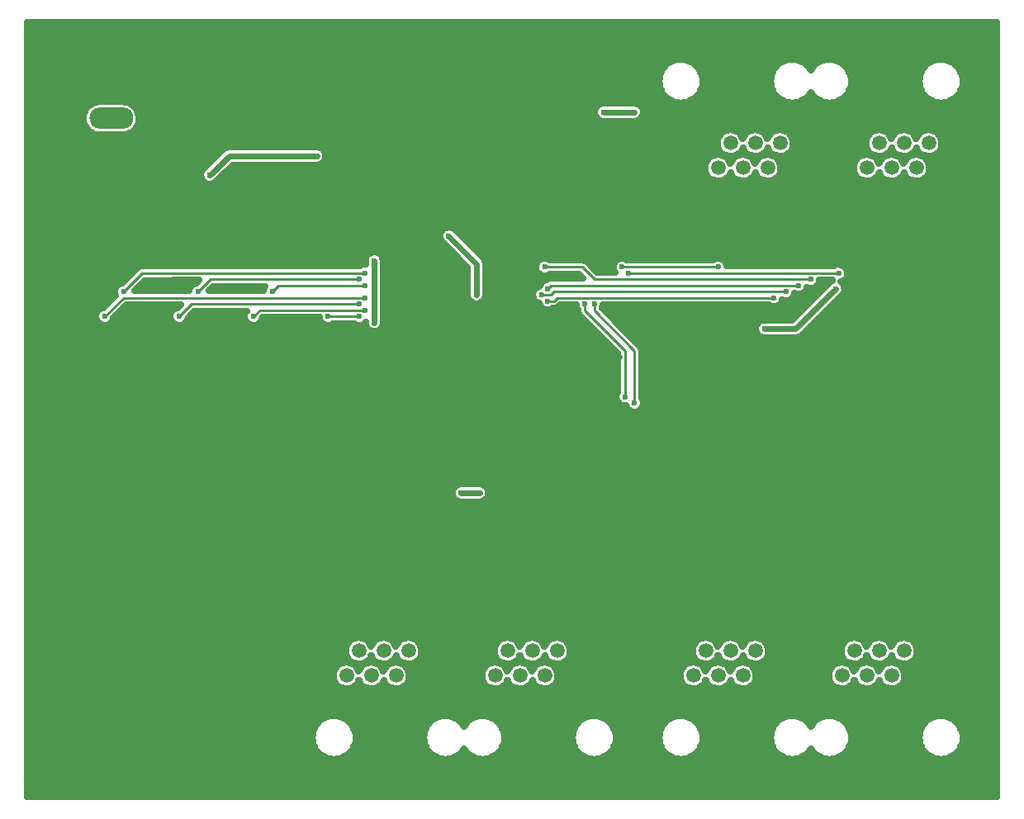
<source format=gbl>
G04 DipTrace 2.3.1.0*
%INuCANHub_Bottom.gbl*%
%MOIN*%
%ADD13C,0.024*%
%ADD14C,0.0236*%
%ADD15C,0.01*%
%ADD16C,0.025*%
%ADD23C,0.0591*%
%ADD38O,0.1772X0.0866*%
%ADD39O,0.0866X0.1772*%
%FSLAX44Y44*%
G04*
G70*
G90*
G75*
G01*
%LNBottom*%
%LPD*%
X15748Y29921D2*
D13*
X12205D1*
X11417Y29134D1*
X22312Y16312D2*
X21562D1*
X18062Y23187D2*
Y25687D1*
X33812Y22937D2*
X35062D1*
X36687Y24562D1*
X26562Y23937D2*
D15*
Y23687D1*
X28187Y22062D1*
Y20187D1*
X26937Y23937D2*
Y23687D1*
X28562Y22062D1*
Y19937D1*
X17687Y25187D2*
X8687D1*
X7937Y24437D1*
X17437Y24937D2*
X11437D1*
X10937Y24437D1*
X17687Y24687D2*
X14187D1*
X13937Y24437D1*
X17687Y24187D2*
X7937D1*
X7187Y23437D1*
X24937Y25437D2*
X26437D1*
X26937Y24937D1*
X35687D1*
X17437Y23937D2*
X10687D1*
X10187Y23437D1*
X25062Y24562D2*
X25187Y24687D1*
X35187D1*
X17687Y23687D2*
X13437D1*
X13187Y23437D1*
X24812Y24312D2*
X25187D1*
X25312Y24437D1*
X34687D1*
X17437Y23437D2*
X16187D1*
X25062Y24062D2*
X25312D1*
X25437Y24187D1*
X34187D1*
X6813Y21687D2*
D13*
X6685D1*
X5437Y22935D1*
Y27687D1*
Y32469D1*
X5587Y32618D1*
X9813Y21687D2*
X6813D1*
X12813D2*
X9813D1*
X15812D2*
X12813D1*
X40437Y9937D2*
Y9437D1*
X39937Y8937D1*
Y4437D1*
X33937D1*
X25937D1*
X19937D1*
X5562D1*
X5437Y4562D1*
Y11812D1*
Y22935D1*
X34437Y9937D2*
Y9437D1*
X33937Y8937D1*
Y4437D1*
X26437Y9937D2*
Y9437D1*
X25937Y8937D1*
Y4437D1*
X20437Y9937D2*
Y9437D1*
X19937Y8937D1*
Y4437D1*
X8437Y27687D2*
X5437D1*
X16187Y27812D2*
X8562D1*
X8437Y27687D1*
X16687Y11812D2*
X5437D1*
X22687D2*
X18312D1*
X16687D1*
X30687D2*
X22687D1*
X36687D2*
X32312D1*
X30687D1*
X18312Y16981D2*
Y11812D1*
X32312Y16981D2*
Y11812D1*
X38937Y26062D2*
X32812D1*
X31062Y27812D1*
X23687D1*
X16187D1*
X37437Y30437D2*
X36937Y29937D1*
Y29437D1*
X35312Y27812D1*
X31062D1*
X31437Y30437D2*
X30937Y29937D1*
Y29437D1*
X31062Y29562D1*
Y27812D1*
X32812Y25687D2*
Y26062D1*
X23687Y22437D2*
Y24687D1*
Y24937D1*
Y27812D1*
X27937Y21812D2*
X24312D1*
X23687Y22437D1*
X25562Y24937D2*
D15*
X23687D1*
X22728Y24687D2*
D13*
X23687D1*
X36812Y25187D2*
D15*
X28312D1*
X28062Y25437D2*
X31937D1*
X22187Y24312D2*
D13*
Y25562D1*
X21062Y26687D1*
X28562Y31687D2*
X27312D1*
D14*
X15748Y29921D3*
X11417Y29134D3*
X22312Y16312D3*
X21562D3*
X18062Y23187D3*
Y25687D3*
X33812Y22937D3*
X36687Y24562D3*
X26562Y23937D3*
X28187Y20187D3*
X26937Y23937D3*
X28562Y19937D3*
X17687Y25187D3*
X7937Y24437D3*
D3*
X17437Y24937D3*
X10937Y24437D3*
D3*
X17687Y24687D3*
X13937Y24437D3*
X17687Y24187D3*
X7187Y23437D3*
X24937Y25437D3*
X35687Y24937D3*
X17437Y23937D3*
X10187Y23437D3*
X25062Y24562D3*
X35187Y24687D3*
X17687Y23687D3*
X13187Y23437D3*
X24812Y24312D3*
X34687Y24437D3*
X17437Y23437D3*
X16187D3*
X25062Y24062D3*
X34187Y24187D3*
X6813Y21687D3*
X9813D3*
X6813D3*
X12813D3*
X9813D3*
X15812D3*
X12813D3*
X8437Y27687D3*
X16187Y27812D3*
X8437Y27687D3*
X16687Y11812D3*
X22687D3*
X16687D3*
X30687D3*
X22687D3*
X36687D3*
X30687D3*
X18312Y16981D3*
X32312D3*
X38937Y26062D3*
X16187Y27812D3*
X32812Y25687D3*
X23687Y22437D3*
X27937Y21812D3*
X23687Y22437D3*
X25562Y24937D3*
X22728Y24687D3*
X36812Y25187D3*
X28312D3*
X28062Y25437D3*
X31937D3*
X22187Y24312D3*
X21062Y26687D3*
X28562Y31687D3*
X27312D3*
X4087Y35059D2*
D16*
X43156D1*
X4087Y34811D2*
X43156D1*
X4087Y34562D2*
X43156D1*
X4087Y34313D2*
X43156D1*
X4087Y34065D2*
X43156D1*
X4087Y33816D2*
X43156D1*
X4087Y33567D2*
X29805D1*
X31069D2*
X34305D1*
X35569D2*
X35805D1*
X37069D2*
X40305D1*
X41569D2*
X43156D1*
X4087Y33319D2*
X29625D1*
X31249D2*
X34125D1*
X37249D2*
X40125D1*
X41749D2*
X43156D1*
X4087Y33070D2*
X29547D1*
X31327D2*
X34047D1*
X37327D2*
X40047D1*
X41827D2*
X43156D1*
X4087Y32821D2*
X29547D1*
X31327D2*
X34047D1*
X37327D2*
X40047D1*
X41827D2*
X43156D1*
X4087Y32573D2*
X29617D1*
X31257D2*
X34117D1*
X37257D2*
X40117D1*
X41757D2*
X43156D1*
X4087Y32324D2*
X29789D1*
X31085D2*
X34289D1*
X35585D2*
X35789D1*
X37085D2*
X40289D1*
X41585D2*
X43156D1*
X4087Y32075D2*
X6762D1*
X8112D2*
X30262D1*
X30612D2*
X34762D1*
X35112D2*
X36262D1*
X36612D2*
X40762D1*
X41112D2*
X43156D1*
X4087Y31826D2*
X6418D1*
X8456D2*
X26961D1*
X28913D2*
X43156D1*
X4087Y31578D2*
X6305D1*
X8569D2*
X26949D1*
X28925D2*
X43156D1*
X4087Y31329D2*
X6301D1*
X8573D2*
X43156D1*
X4087Y31080D2*
X6394D1*
X8480D2*
X43156D1*
X4087Y30832D2*
X6676D1*
X8198D2*
X32058D1*
X32816D2*
X33058D1*
X33816D2*
X34058D1*
X34816D2*
X38058D1*
X38816D2*
X39058D1*
X39816D2*
X40058D1*
X40816D2*
X43156D1*
X4087Y30583D2*
X31902D1*
X34972D2*
X37902D1*
X40972D2*
X43156D1*
X4087Y30334D2*
X31891D1*
X34983D2*
X37891D1*
X40983D2*
X43156D1*
X4087Y30086D2*
X11844D1*
X16089D2*
X32016D1*
X32858D2*
X33012D1*
X33858D2*
X34012D1*
X34858D2*
X38016D1*
X38858D2*
X39012D1*
X39858D2*
X40012D1*
X40858D2*
X43156D1*
X4087Y29837D2*
X11594D1*
X16116D2*
X31562D1*
X32312D2*
X32562D1*
X33312D2*
X33562D1*
X34312D2*
X37562D1*
X38312D2*
X38562D1*
X39312D2*
X39562D1*
X40312D2*
X43156D1*
X4087Y29588D2*
X11344D1*
X15898D2*
X31402D1*
X34472D2*
X37402D1*
X40472D2*
X43156D1*
X4087Y29340D2*
X11101D1*
X12151D2*
X31391D1*
X34483D2*
X37391D1*
X40483D2*
X43156D1*
X4087Y29091D2*
X11039D1*
X11901D2*
X31512D1*
X32362D2*
X32512D1*
X33362D2*
X33512D1*
X34362D2*
X37512D1*
X38362D2*
X38512D1*
X39362D2*
X39512D1*
X40362D2*
X43156D1*
X4087Y28842D2*
X11191D1*
X11644D2*
X43156D1*
X4087Y28594D2*
X43156D1*
X4087Y28345D2*
X43156D1*
X4087Y28096D2*
X43156D1*
X4087Y27847D2*
X43156D1*
X4087Y27599D2*
X43156D1*
X4087Y27350D2*
X43156D1*
X4087Y27101D2*
X43156D1*
X4087Y26853D2*
X20723D1*
X21425D2*
X43156D1*
X4087Y26604D2*
X20691D1*
X21671D2*
X43156D1*
X4087Y26355D2*
X20867D1*
X21921D2*
X43156D1*
X4087Y26107D2*
X21117D1*
X22171D2*
X43156D1*
X4087Y25858D2*
X17726D1*
X18398D2*
X21363D1*
X22417D2*
X43156D1*
X4087Y25609D2*
X17683D1*
X18441D2*
X21613D1*
X22566D2*
X24605D1*
X26694D2*
X27730D1*
X32269D2*
X43156D1*
X4087Y25361D2*
X8433D1*
X18441D2*
X21808D1*
X22566D2*
X24566D1*
X26941D2*
X27691D1*
X37144D2*
X43156D1*
X4087Y25112D2*
X8183D1*
X18441D2*
X21808D1*
X22566D2*
X24773D1*
X25101D2*
X26336D1*
X37183D2*
X43156D1*
X4087Y24863D2*
X7933D1*
X8792D2*
X10933D1*
X18441D2*
X21808D1*
X22566D2*
X24851D1*
X36058D2*
X36473D1*
X36976D2*
X43156D1*
X4087Y24615D2*
X7605D1*
X8542D2*
X10605D1*
X11542D2*
X13605D1*
X18441D2*
X21808D1*
X22566D2*
X24605D1*
X35855D2*
X36211D1*
X37062D2*
X43156D1*
X4087Y24366D2*
X7566D1*
X18441D2*
X21808D1*
X22566D2*
X24437D1*
X35358D2*
X35965D1*
X37007D2*
X43156D1*
X4087Y24117D2*
X7437D1*
X18441D2*
X21867D1*
X22507D2*
X24492D1*
X34862D2*
X35715D1*
X36769D2*
X43156D1*
X4087Y23868D2*
X7191D1*
X8046D2*
X10191D1*
X18441D2*
X24742D1*
X25546D2*
X26191D1*
X27308D2*
X34012D1*
X34362D2*
X35465D1*
X36519D2*
X43156D1*
X4087Y23620D2*
X6859D1*
X7796D2*
X9859D1*
X10796D2*
X12859D1*
X18441D2*
X26262D1*
X27433D2*
X35219D1*
X36273D2*
X43156D1*
X4087Y23371D2*
X6816D1*
X7558D2*
X9816D1*
X10558D2*
X12816D1*
X13558D2*
X15816D1*
X18441D2*
X26449D1*
X27683D2*
X34969D1*
X36023D2*
X43156D1*
X4087Y23122D2*
X7004D1*
X7370D2*
X10004D1*
X10370D2*
X13004D1*
X13370D2*
X16004D1*
X16370D2*
X17254D1*
X18437D2*
X26699D1*
X27929D2*
X33484D1*
X35773D2*
X43156D1*
X4087Y22874D2*
X17871D1*
X18253D2*
X26949D1*
X28179D2*
X33437D1*
X35526D2*
X43156D1*
X4087Y22625D2*
X27195D1*
X28429D2*
X33617D1*
X35257D2*
X43156D1*
X4087Y22376D2*
X27445D1*
X28675D2*
X43156D1*
X4087Y22128D2*
X27695D1*
X28862D2*
X43156D1*
X4087Y21879D2*
X27879D1*
X28870D2*
X43156D1*
X4087Y21630D2*
X27879D1*
X28870D2*
X43156D1*
X4087Y21382D2*
X27879D1*
X28870D2*
X43156D1*
X4087Y21133D2*
X27879D1*
X28870D2*
X43156D1*
X4087Y20884D2*
X27879D1*
X28870D2*
X43156D1*
X4087Y20635D2*
X27879D1*
X28870D2*
X43156D1*
X4087Y20387D2*
X27871D1*
X28870D2*
X43156D1*
X4087Y20138D2*
X27812D1*
X28878D2*
X43156D1*
X4087Y19889D2*
X27973D1*
X28937D2*
X43156D1*
X4087Y19641D2*
X28344D1*
X28780D2*
X43156D1*
X4087Y19392D2*
X43156D1*
X4087Y19143D2*
X43156D1*
X4087Y18895D2*
X43156D1*
X4087Y18646D2*
X43156D1*
X4087Y18397D2*
X43156D1*
X4087Y18149D2*
X43156D1*
X4087Y17900D2*
X43156D1*
X4087Y17651D2*
X43156D1*
X4087Y17403D2*
X43156D1*
X4087Y17154D2*
X43156D1*
X4087Y16905D2*
X43156D1*
X4087Y16656D2*
X21453D1*
X22421D2*
X43156D1*
X4087Y16408D2*
X21195D1*
X22679D2*
X43156D1*
X4087Y16159D2*
X21219D1*
X22655D2*
X43156D1*
X4087Y15910D2*
X43156D1*
X4087Y15662D2*
X43156D1*
X4087Y15413D2*
X43156D1*
X4087Y15164D2*
X43156D1*
X4087Y14916D2*
X43156D1*
X4087Y14667D2*
X43156D1*
X4087Y14418D2*
X43156D1*
X4087Y14170D2*
X43156D1*
X4087Y13921D2*
X43156D1*
X4087Y13672D2*
X43156D1*
X4087Y13424D2*
X43156D1*
X4087Y13175D2*
X43156D1*
X4087Y12926D2*
X43156D1*
X4087Y12677D2*
X43156D1*
X4087Y12429D2*
X43156D1*
X4087Y12180D2*
X43156D1*
X4087Y11931D2*
X43156D1*
X4087Y11683D2*
X43156D1*
X4087Y11434D2*
X43156D1*
X4087Y11185D2*
X43156D1*
X4087Y10937D2*
X43156D1*
X4087Y10688D2*
X43156D1*
X4087Y10439D2*
X17242D1*
X17632D2*
X18242D1*
X18632D2*
X19242D1*
X19632D2*
X23242D1*
X23632D2*
X24242D1*
X24632D2*
X25242D1*
X25632D2*
X31242D1*
X31632D2*
X32242D1*
X32632D2*
X33242D1*
X33632D2*
X37242D1*
X37632D2*
X38242D1*
X38632D2*
X39242D1*
X39632D2*
X43156D1*
X4087Y10191D2*
X16945D1*
X19929D2*
X22945D1*
X25929D2*
X30945D1*
X33929D2*
X36945D1*
X39929D2*
X43156D1*
X4087Y9942D2*
X16883D1*
X19991D2*
X22883D1*
X25991D2*
X30883D1*
X33991D2*
X36883D1*
X39991D2*
X43156D1*
X4087Y9693D2*
X16941D1*
X19933D2*
X22941D1*
X25933D2*
X30941D1*
X33933D2*
X36941D1*
X39933D2*
X43156D1*
X4087Y9445D2*
X16758D1*
X17116D2*
X17215D1*
X17659D2*
X17756D1*
X18116D2*
X18215D1*
X18659D2*
X18756D1*
X19116D2*
X19215D1*
X19659D2*
X22758D1*
X23116D2*
X23215D1*
X23659D2*
X23756D1*
X24116D2*
X24215D1*
X24659D2*
X24756D1*
X25116D2*
X25215D1*
X25659D2*
X30758D1*
X31116D2*
X31215D1*
X31659D2*
X31756D1*
X32116D2*
X32215D1*
X32659D2*
X32756D1*
X33116D2*
X33215D1*
X33659D2*
X36758D1*
X37116D2*
X37215D1*
X37659D2*
X37756D1*
X38116D2*
X38215D1*
X38659D2*
X38756D1*
X39116D2*
X39215D1*
X39659D2*
X43156D1*
X4087Y9196D2*
X16449D1*
X19425D2*
X22449D1*
X25425D2*
X30449D1*
X33425D2*
X36449D1*
X39425D2*
X43156D1*
X4087Y8947D2*
X16383D1*
X19491D2*
X22383D1*
X25491D2*
X30383D1*
X33491D2*
X36383D1*
X39491D2*
X43156D1*
X4087Y8698D2*
X16437D1*
X19437D2*
X22437D1*
X25437D2*
X30437D1*
X33437D2*
X36437D1*
X39437D2*
X43156D1*
X4087Y8450D2*
X16703D1*
X17171D2*
X17703D1*
X18171D2*
X18703D1*
X19171D2*
X22703D1*
X23171D2*
X23703D1*
X24171D2*
X24703D1*
X25171D2*
X30703D1*
X31171D2*
X31703D1*
X32171D2*
X32703D1*
X33171D2*
X36703D1*
X37171D2*
X37703D1*
X38171D2*
X38703D1*
X39171D2*
X43156D1*
X4087Y8201D2*
X43156D1*
X4087Y7952D2*
X43156D1*
X4087Y7704D2*
X43156D1*
X4087Y7455D2*
X43156D1*
X4087Y7206D2*
X15996D1*
X16878D2*
X20496D1*
X21378D2*
X21996D1*
X22878D2*
X26496D1*
X27378D2*
X29996D1*
X30878D2*
X34496D1*
X35378D2*
X35996D1*
X36878D2*
X40496D1*
X41378D2*
X43156D1*
X4087Y6958D2*
X15711D1*
X17163D2*
X20211D1*
X23163D2*
X26211D1*
X27663D2*
X29711D1*
X31163D2*
X34211D1*
X37163D2*
X40211D1*
X41663D2*
X43156D1*
X4087Y6709D2*
X15582D1*
X17292D2*
X20082D1*
X23292D2*
X26082D1*
X27792D2*
X29582D1*
X31292D2*
X34082D1*
X37292D2*
X40082D1*
X41792D2*
X43156D1*
X4087Y6460D2*
X15539D1*
X17335D2*
X20039D1*
X23335D2*
X26039D1*
X27835D2*
X29539D1*
X31335D2*
X34039D1*
X37335D2*
X40039D1*
X41835D2*
X43156D1*
X4087Y6212D2*
X15566D1*
X17308D2*
X20066D1*
X23308D2*
X26066D1*
X27808D2*
X29566D1*
X31308D2*
X34066D1*
X37308D2*
X40066D1*
X41808D2*
X43156D1*
X4087Y5963D2*
X15676D1*
X17198D2*
X20176D1*
X23198D2*
X26176D1*
X27698D2*
X29676D1*
X31198D2*
X34176D1*
X37198D2*
X40176D1*
X41698D2*
X43156D1*
X4087Y5714D2*
X15918D1*
X16956D2*
X20418D1*
X21456D2*
X21918D1*
X22956D2*
X26418D1*
X27456D2*
X29918D1*
X30956D2*
X34418D1*
X35456D2*
X35918D1*
X36956D2*
X40418D1*
X41456D2*
X43156D1*
X4087Y5466D2*
X43156D1*
X4087Y5217D2*
X43156D1*
X4087Y4968D2*
X43156D1*
X4087Y4719D2*
X43156D1*
X4087Y4471D2*
X43156D1*
X4087Y4222D2*
X43156D1*
X37435Y8766D2*
X37409Y8696D1*
X37340Y8592D1*
X37249Y8508D1*
X37140Y8447D1*
X37020Y8413D1*
X36895Y8408D1*
X36773Y8433D1*
X36660Y8485D1*
X36562Y8562D1*
X36485Y8660D1*
X36432Y8774D1*
X36408Y8896D1*
X36413Y9021D1*
X36447Y9141D1*
X36509Y9249D1*
X36593Y9341D1*
X36697Y9410D1*
X36814Y9453D1*
X36938Y9467D1*
X37062Y9452D1*
X37179Y9409D1*
X37282Y9339D1*
X37367Y9248D1*
X37435Y9112D1*
X37509Y9249D1*
X37593Y9341D1*
X37697Y9410D1*
X37814Y9453D1*
X37938Y9467D1*
X38062Y9452D1*
X38179Y9409D1*
X38282Y9339D1*
X38367Y9248D1*
X38435Y9112D1*
X38509Y9249D1*
X38593Y9341D1*
X38697Y9410D1*
X38814Y9453D1*
X38938Y9467D1*
X39062Y9452D1*
X39179Y9409D1*
X39282Y9339D1*
X39367Y9248D1*
X39427Y9139D1*
X39461Y9019D1*
X39467Y8937D1*
X39453Y8813D1*
X39409Y8696D1*
X39340Y8592D1*
X39249Y8508D1*
X39140Y8447D1*
X39020Y8413D1*
X38895Y8408D1*
X38773Y8433D1*
X38660Y8485D1*
X38562Y8562D1*
X38485Y8660D1*
X38437Y8763D1*
X38409Y8696D1*
X38340Y8592D1*
X38249Y8508D1*
X38140Y8447D1*
X38020Y8413D1*
X37895Y8408D1*
X37773Y8433D1*
X37660Y8485D1*
X37562Y8562D1*
X37485Y8660D1*
X37437Y8763D1*
X37935Y9766D2*
X37909Y9696D1*
X37840Y9592D1*
X37749Y9508D1*
X37640Y9447D1*
X37520Y9413D1*
X37395Y9408D1*
X37273Y9433D1*
X37160Y9485D1*
X37062Y9562D1*
X36985Y9660D1*
X36932Y9774D1*
X36908Y9896D1*
X36913Y10021D1*
X36947Y10141D1*
X37009Y10249D1*
X37093Y10341D1*
X37197Y10410D1*
X37314Y10453D1*
X37438Y10467D1*
X37562Y10452D1*
X37679Y10409D1*
X37782Y10339D1*
X37867Y10248D1*
X37935Y10112D1*
X38009Y10249D1*
X38093Y10341D1*
X38197Y10410D1*
X38314Y10453D1*
X38438Y10467D1*
X38562Y10452D1*
X38679Y10409D1*
X38782Y10339D1*
X38867Y10248D1*
X38935Y10112D1*
X39009Y10249D1*
X39093Y10341D1*
X39197Y10410D1*
X39314Y10453D1*
X39438Y10467D1*
X39562Y10452D1*
X39679Y10409D1*
X39782Y10339D1*
X39867Y10248D1*
X39927Y10139D1*
X39961Y10018D1*
X39967Y9937D1*
X39953Y9813D1*
X39909Y9696D1*
X39840Y9592D1*
X39749Y9508D1*
X39640Y9447D1*
X39520Y9413D1*
X39395Y9408D1*
X39273Y9433D1*
X39160Y9485D1*
X39062Y9562D1*
X38985Y9660D1*
X38937Y9763D1*
X38909Y9696D1*
X38840Y9592D1*
X38749Y9508D1*
X38640Y9447D1*
X38520Y9413D1*
X38395Y9408D1*
X38273Y9433D1*
X38160Y9485D1*
X38062Y9562D1*
X37985Y9660D1*
X37937Y9763D1*
X37303Y6312D2*
X37276Y6190D1*
X37233Y6073D1*
X37173Y5964D1*
X37098Y5864D1*
X37009Y5776D1*
X36909Y5701D1*
X36800Y5641D1*
X36683Y5597D1*
X36561Y5571D1*
X36436Y5562D1*
X36312Y5571D1*
X36190Y5598D1*
X36073Y5642D1*
X35963Y5702D1*
X35863Y5777D1*
X35775Y5865D1*
X35687Y5989D1*
X35598Y5864D1*
X35509Y5776D1*
X35409Y5701D1*
X35300Y5641D1*
X35183Y5597D1*
X35061Y5571D1*
X34936Y5562D1*
X34812Y5571D1*
X34690Y5598D1*
X34573Y5642D1*
X34463Y5702D1*
X34363Y5777D1*
X34275Y5865D1*
X34200Y5965D1*
X34141Y6075D1*
X34097Y6192D1*
X34071Y6314D1*
X34062Y6439D1*
X34071Y6563D1*
X34098Y6685D1*
X34142Y6802D1*
X34202Y6912D1*
X34277Y7012D1*
X34366Y7100D1*
X34466Y7174D1*
X34576Y7234D1*
X34693Y7277D1*
X34815Y7303D1*
X34940Y7312D1*
X35064Y7302D1*
X35186Y7276D1*
X35303Y7231D1*
X35413Y7171D1*
X35512Y7096D1*
X35600Y7007D1*
X35688Y6883D1*
X35777Y7012D1*
X35866Y7100D1*
X35966Y7174D1*
X36076Y7234D1*
X36193Y7277D1*
X36315Y7303D1*
X36440Y7312D1*
X36564Y7302D1*
X36686Y7276D1*
X36803Y7231D1*
X36913Y7171D1*
X37012Y7096D1*
X37100Y7007D1*
X37175Y6907D1*
X37234Y6797D1*
X37277Y6680D1*
X37303Y6558D1*
X37312Y6437D1*
X37303Y6312D1*
X41803D2*
X41776Y6190D1*
X41733Y6073D1*
X41673Y5964D1*
X41598Y5864D1*
X41509Y5776D1*
X41409Y5701D1*
X41300Y5641D1*
X41183Y5597D1*
X41061Y5571D1*
X40936Y5562D1*
X40812Y5571D1*
X40690Y5598D1*
X40573Y5642D1*
X40463Y5702D1*
X40363Y5777D1*
X40275Y5865D1*
X40200Y5965D1*
X40141Y6075D1*
X40097Y6192D1*
X40071Y6314D1*
X40062Y6439D1*
X40071Y6563D1*
X40098Y6685D1*
X40142Y6802D1*
X40202Y6912D1*
X40277Y7012D1*
X40366Y7100D1*
X40466Y7174D1*
X40576Y7234D1*
X40693Y7277D1*
X40815Y7303D1*
X40940Y7312D1*
X41064Y7302D1*
X41186Y7276D1*
X41303Y7231D1*
X41413Y7171D1*
X41512Y7096D1*
X41600Y7007D1*
X41675Y6907D1*
X41734Y6797D1*
X41777Y6680D1*
X41803Y6558D1*
X41812Y6437D1*
X41803Y6312D1*
X31435Y8766D2*
X31409Y8696D1*
X31340Y8592D1*
X31249Y8508D1*
X31140Y8447D1*
X31020Y8413D1*
X30895Y8408D1*
X30773Y8433D1*
X30660Y8485D1*
X30562Y8562D1*
X30485Y8660D1*
X30432Y8774D1*
X30408Y8896D1*
X30413Y9021D1*
X30447Y9141D1*
X30509Y9249D1*
X30593Y9341D1*
X30697Y9410D1*
X30814Y9453D1*
X30938Y9467D1*
X31062Y9452D1*
X31179Y9409D1*
X31282Y9339D1*
X31367Y9248D1*
X31435Y9112D1*
X31509Y9249D1*
X31593Y9341D1*
X31697Y9410D1*
X31814Y9453D1*
X31938Y9467D1*
X32062Y9452D1*
X32179Y9409D1*
X32282Y9339D1*
X32367Y9248D1*
X32435Y9112D1*
X32509Y9249D1*
X32593Y9341D1*
X32697Y9410D1*
X32814Y9453D1*
X32938Y9467D1*
X33062Y9452D1*
X33179Y9409D1*
X33282Y9339D1*
X33367Y9248D1*
X33427Y9139D1*
X33461Y9019D1*
X33467Y8937D1*
X33453Y8813D1*
X33409Y8696D1*
X33340Y8592D1*
X33249Y8508D1*
X33140Y8447D1*
X33020Y8413D1*
X32895Y8408D1*
X32773Y8433D1*
X32660Y8485D1*
X32562Y8562D1*
X32485Y8660D1*
X32437Y8763D1*
X32409Y8696D1*
X32340Y8592D1*
X32249Y8508D1*
X32140Y8447D1*
X32020Y8413D1*
X31895Y8408D1*
X31773Y8433D1*
X31660Y8485D1*
X31562Y8562D1*
X31485Y8660D1*
X31437Y8763D1*
X31935Y9766D2*
X31909Y9696D1*
X31840Y9592D1*
X31749Y9508D1*
X31640Y9447D1*
X31520Y9413D1*
X31395Y9408D1*
X31273Y9433D1*
X31160Y9485D1*
X31062Y9562D1*
X30985Y9660D1*
X30932Y9774D1*
X30908Y9896D1*
X30913Y10021D1*
X30947Y10141D1*
X31009Y10249D1*
X31093Y10341D1*
X31197Y10410D1*
X31314Y10453D1*
X31438Y10467D1*
X31562Y10452D1*
X31679Y10409D1*
X31782Y10339D1*
X31867Y10248D1*
X31935Y10112D1*
X32009Y10249D1*
X32093Y10341D1*
X32197Y10410D1*
X32314Y10453D1*
X32438Y10467D1*
X32562Y10452D1*
X32679Y10409D1*
X32782Y10339D1*
X32867Y10248D1*
X32935Y10112D1*
X33009Y10249D1*
X33093Y10341D1*
X33197Y10410D1*
X33314Y10453D1*
X33438Y10467D1*
X33562Y10452D1*
X33679Y10409D1*
X33782Y10339D1*
X33867Y10248D1*
X33927Y10139D1*
X33961Y10018D1*
X33967Y9937D1*
X33953Y9813D1*
X33909Y9696D1*
X33840Y9592D1*
X33749Y9508D1*
X33640Y9447D1*
X33520Y9413D1*
X33395Y9408D1*
X33273Y9433D1*
X33160Y9485D1*
X33062Y9562D1*
X32985Y9660D1*
X32937Y9763D1*
X32909Y9696D1*
X32840Y9592D1*
X32749Y9508D1*
X32640Y9447D1*
X32520Y9413D1*
X32395Y9408D1*
X32273Y9433D1*
X32160Y9485D1*
X32062Y9562D1*
X31985Y9660D1*
X31937Y9763D1*
X31303Y6312D2*
X31276Y6190D1*
X31233Y6073D1*
X31173Y5964D1*
X31098Y5864D1*
X31009Y5776D1*
X30909Y5701D1*
X30800Y5641D1*
X30683Y5597D1*
X30561Y5571D1*
X30436Y5562D1*
X30312Y5571D1*
X30190Y5598D1*
X30073Y5642D1*
X29963Y5702D1*
X29863Y5777D1*
X29775Y5865D1*
X29700Y5965D1*
X29641Y6075D1*
X29597Y6192D1*
X29571Y6314D1*
X29562Y6439D1*
X29571Y6563D1*
X29598Y6685D1*
X29642Y6802D1*
X29702Y6912D1*
X29777Y7012D1*
X29866Y7100D1*
X29966Y7174D1*
X30076Y7234D1*
X30193Y7277D1*
X30315Y7303D1*
X30440Y7312D1*
X30564Y7302D1*
X30686Y7276D1*
X30803Y7231D1*
X30913Y7171D1*
X31012Y7096D1*
X31100Y7007D1*
X31175Y6907D1*
X31234Y6797D1*
X31277Y6680D1*
X31303Y6558D1*
X31312Y6437D1*
X31303Y6312D1*
X23435Y8766D2*
X23409Y8696D1*
X23340Y8592D1*
X23249Y8508D1*
X23140Y8447D1*
X23020Y8413D1*
X22895Y8408D1*
X22773Y8433D1*
X22660Y8485D1*
X22562Y8562D1*
X22485Y8660D1*
X22432Y8774D1*
X22408Y8896D1*
X22413Y9021D1*
X22447Y9141D1*
X22509Y9249D1*
X22593Y9341D1*
X22697Y9410D1*
X22814Y9453D1*
X22938Y9467D1*
X23062Y9452D1*
X23179Y9409D1*
X23282Y9339D1*
X23367Y9248D1*
X23435Y9112D1*
X23509Y9249D1*
X23593Y9341D1*
X23697Y9410D1*
X23814Y9453D1*
X23938Y9467D1*
X24062Y9452D1*
X24179Y9409D1*
X24282Y9339D1*
X24367Y9248D1*
X24435Y9112D1*
X24509Y9249D1*
X24593Y9341D1*
X24697Y9410D1*
X24814Y9453D1*
X24938Y9467D1*
X25062Y9452D1*
X25179Y9409D1*
X25282Y9339D1*
X25367Y9248D1*
X25427Y9139D1*
X25461Y9019D1*
X25467Y8937D1*
X25453Y8813D1*
X25409Y8696D1*
X25340Y8592D1*
X25249Y8508D1*
X25140Y8447D1*
X25020Y8413D1*
X24895Y8408D1*
X24773Y8433D1*
X24660Y8485D1*
X24562Y8562D1*
X24485Y8660D1*
X24437Y8763D1*
X24409Y8696D1*
X24340Y8592D1*
X24249Y8508D1*
X24140Y8447D1*
X24020Y8413D1*
X23895Y8408D1*
X23773Y8433D1*
X23660Y8485D1*
X23562Y8562D1*
X23485Y8660D1*
X23437Y8763D1*
X23935Y9766D2*
X23909Y9696D1*
X23840Y9592D1*
X23749Y9508D1*
X23640Y9447D1*
X23520Y9413D1*
X23395Y9408D1*
X23273Y9433D1*
X23160Y9485D1*
X23062Y9562D1*
X22985Y9660D1*
X22932Y9774D1*
X22908Y9896D1*
X22913Y10021D1*
X22947Y10141D1*
X23009Y10249D1*
X23093Y10341D1*
X23197Y10410D1*
X23314Y10453D1*
X23438Y10467D1*
X23562Y10452D1*
X23679Y10409D1*
X23782Y10339D1*
X23867Y10248D1*
X23935Y10112D1*
X24009Y10249D1*
X24093Y10341D1*
X24197Y10410D1*
X24314Y10453D1*
X24438Y10467D1*
X24562Y10452D1*
X24679Y10409D1*
X24782Y10339D1*
X24867Y10248D1*
X24935Y10112D1*
X25009Y10249D1*
X25093Y10341D1*
X25197Y10410D1*
X25314Y10453D1*
X25438Y10467D1*
X25562Y10452D1*
X25679Y10409D1*
X25782Y10339D1*
X25867Y10248D1*
X25927Y10139D1*
X25961Y10018D1*
X25967Y9937D1*
X25953Y9813D1*
X25909Y9696D1*
X25840Y9592D1*
X25749Y9508D1*
X25640Y9447D1*
X25520Y9413D1*
X25395Y9408D1*
X25273Y9433D1*
X25160Y9485D1*
X25062Y9562D1*
X24985Y9660D1*
X24937Y9763D1*
X24909Y9696D1*
X24840Y9592D1*
X24749Y9508D1*
X24640Y9447D1*
X24520Y9413D1*
X24395Y9408D1*
X24273Y9433D1*
X24160Y9485D1*
X24062Y9562D1*
X23985Y9660D1*
X23937Y9763D1*
X23303Y6312D2*
X23276Y6190D1*
X23233Y6073D1*
X23173Y5964D1*
X23098Y5864D1*
X23009Y5776D1*
X22909Y5701D1*
X22800Y5641D1*
X22683Y5597D1*
X22561Y5571D1*
X22436Y5562D1*
X22312Y5571D1*
X22190Y5598D1*
X22073Y5642D1*
X21963Y5702D1*
X21863Y5777D1*
X21775Y5865D1*
X21687Y5989D1*
X21598Y5864D1*
X21509Y5776D1*
X21409Y5701D1*
X21300Y5641D1*
X21183Y5597D1*
X21061Y5571D1*
X20936Y5562D1*
X20812Y5571D1*
X20690Y5598D1*
X20573Y5642D1*
X20463Y5702D1*
X20363Y5777D1*
X20275Y5865D1*
X20200Y5965D1*
X20141Y6075D1*
X20097Y6192D1*
X20071Y6314D1*
X20062Y6439D1*
X20071Y6563D1*
X20098Y6685D1*
X20142Y6802D1*
X20202Y6912D1*
X20277Y7012D1*
X20366Y7100D1*
X20466Y7174D1*
X20576Y7234D1*
X20693Y7277D1*
X20815Y7303D1*
X20940Y7312D1*
X21064Y7302D1*
X21186Y7276D1*
X21303Y7231D1*
X21413Y7171D1*
X21512Y7096D1*
X21600Y7007D1*
X21688Y6883D1*
X21777Y7012D1*
X21866Y7100D1*
X21966Y7174D1*
X22076Y7234D1*
X22193Y7277D1*
X22315Y7303D1*
X22440Y7312D1*
X22564Y7302D1*
X22686Y7276D1*
X22803Y7231D1*
X22913Y7171D1*
X23012Y7096D1*
X23100Y7007D1*
X23175Y6907D1*
X23234Y6797D1*
X23277Y6680D1*
X23303Y6558D1*
X23312Y6437D1*
X23303Y6312D1*
X27803D2*
X27776Y6190D1*
X27733Y6073D1*
X27673Y5964D1*
X27598Y5864D1*
X27509Y5776D1*
X27409Y5701D1*
X27300Y5641D1*
X27183Y5597D1*
X27061Y5571D1*
X26936Y5562D1*
X26812Y5571D1*
X26690Y5598D1*
X26573Y5642D1*
X26463Y5702D1*
X26363Y5777D1*
X26275Y5865D1*
X26200Y5965D1*
X26141Y6075D1*
X26097Y6192D1*
X26071Y6314D1*
X26062Y6439D1*
X26071Y6563D1*
X26098Y6685D1*
X26142Y6802D1*
X26202Y6912D1*
X26277Y7012D1*
X26366Y7100D1*
X26466Y7174D1*
X26576Y7234D1*
X26693Y7277D1*
X26815Y7303D1*
X26940Y7312D1*
X27064Y7302D1*
X27186Y7276D1*
X27303Y7231D1*
X27413Y7171D1*
X27512Y7096D1*
X27600Y7007D1*
X27675Y6907D1*
X27734Y6797D1*
X27777Y6680D1*
X27803Y6558D1*
X27812Y6437D1*
X27803Y6312D1*
X17435Y8766D2*
X17409Y8696D1*
X17340Y8592D1*
X17249Y8508D1*
X17140Y8447D1*
X17020Y8413D1*
X16895Y8408D1*
X16773Y8433D1*
X16660Y8485D1*
X16562Y8562D1*
X16485Y8660D1*
X16432Y8774D1*
X16408Y8896D1*
X16413Y9021D1*
X16447Y9141D1*
X16509Y9249D1*
X16593Y9341D1*
X16697Y9410D1*
X16814Y9453D1*
X16938Y9467D1*
X17062Y9452D1*
X17179Y9409D1*
X17282Y9339D1*
X17367Y9248D1*
X17435Y9112D1*
X17509Y9249D1*
X17593Y9341D1*
X17697Y9410D1*
X17814Y9453D1*
X17938Y9467D1*
X18062Y9452D1*
X18179Y9409D1*
X18282Y9339D1*
X18367Y9248D1*
X18435Y9112D1*
X18509Y9249D1*
X18593Y9341D1*
X18697Y9410D1*
X18814Y9453D1*
X18938Y9467D1*
X19062Y9452D1*
X19179Y9409D1*
X19282Y9339D1*
X19367Y9248D1*
X19427Y9139D1*
X19461Y9019D1*
X19467Y8937D1*
X19453Y8813D1*
X19409Y8696D1*
X19340Y8592D1*
X19249Y8508D1*
X19140Y8447D1*
X19020Y8413D1*
X18895Y8408D1*
X18773Y8433D1*
X18660Y8485D1*
X18562Y8562D1*
X18485Y8660D1*
X18437Y8763D1*
X18409Y8696D1*
X18340Y8592D1*
X18249Y8508D1*
X18140Y8447D1*
X18020Y8413D1*
X17895Y8408D1*
X17773Y8433D1*
X17660Y8485D1*
X17562Y8562D1*
X17485Y8660D1*
X17437Y8763D1*
X17935Y9766D2*
X17909Y9696D1*
X17840Y9592D1*
X17749Y9508D1*
X17640Y9447D1*
X17520Y9413D1*
X17395Y9408D1*
X17273Y9433D1*
X17160Y9485D1*
X17062Y9562D1*
X16985Y9660D1*
X16932Y9774D1*
X16908Y9896D1*
X16913Y10021D1*
X16947Y10141D1*
X17009Y10249D1*
X17093Y10341D1*
X17197Y10410D1*
X17314Y10453D1*
X17438Y10467D1*
X17562Y10452D1*
X17679Y10409D1*
X17782Y10339D1*
X17867Y10248D1*
X17935Y10112D1*
X18009Y10249D1*
X18093Y10341D1*
X18197Y10410D1*
X18314Y10453D1*
X18438Y10467D1*
X18562Y10452D1*
X18679Y10409D1*
X18782Y10339D1*
X18867Y10248D1*
X18935Y10112D1*
X19009Y10249D1*
X19093Y10341D1*
X19197Y10410D1*
X19314Y10453D1*
X19438Y10467D1*
X19562Y10452D1*
X19679Y10409D1*
X19782Y10339D1*
X19867Y10248D1*
X19927Y10139D1*
X19961Y10018D1*
X19967Y9937D1*
X19953Y9813D1*
X19909Y9696D1*
X19840Y9592D1*
X19749Y9508D1*
X19640Y9447D1*
X19520Y9413D1*
X19395Y9408D1*
X19273Y9433D1*
X19160Y9485D1*
X19062Y9562D1*
X18985Y9660D1*
X18937Y9763D1*
X18909Y9696D1*
X18840Y9592D1*
X18749Y9508D1*
X18640Y9447D1*
X18520Y9413D1*
X18395Y9408D1*
X18273Y9433D1*
X18160Y9485D1*
X18062Y9562D1*
X17985Y9660D1*
X17937Y9763D1*
X17303Y6312D2*
X17276Y6190D1*
X17233Y6073D1*
X17173Y5964D1*
X17098Y5864D1*
X17009Y5776D1*
X16909Y5701D1*
X16800Y5641D1*
X16683Y5597D1*
X16561Y5571D1*
X16436Y5562D1*
X16312Y5571D1*
X16190Y5598D1*
X16073Y5642D1*
X15963Y5702D1*
X15863Y5777D1*
X15775Y5865D1*
X15700Y5965D1*
X15641Y6075D1*
X15597Y6192D1*
X15571Y6314D1*
X15562Y6439D1*
X15571Y6563D1*
X15598Y6685D1*
X15642Y6802D1*
X15702Y6912D1*
X15777Y7012D1*
X15866Y7100D1*
X15966Y7174D1*
X16076Y7234D1*
X16193Y7277D1*
X16315Y7303D1*
X16440Y7312D1*
X16564Y7302D1*
X16686Y7276D1*
X16803Y7231D1*
X16913Y7171D1*
X17012Y7096D1*
X17100Y7007D1*
X17175Y6907D1*
X17234Y6797D1*
X17277Y6680D1*
X17303Y6558D1*
X17312Y6437D1*
X17303Y6312D1*
X34953Y30313D2*
X34909Y30196D1*
X34840Y30092D1*
X34749Y30008D1*
X34640Y29947D1*
X34520Y29913D1*
X34395Y29908D1*
X34273Y29933D1*
X34160Y29985D1*
X34062Y30062D1*
X33985Y30160D1*
X33937Y30263D1*
X33909Y30196D1*
X33840Y30092D1*
X33749Y30008D1*
X33640Y29947D1*
X33520Y29913D1*
X33395Y29908D1*
X33273Y29933D1*
X33160Y29985D1*
X33062Y30062D1*
X32985Y30160D1*
X32937Y30263D1*
X32909Y30196D1*
X32840Y30092D1*
X32749Y30008D1*
X32640Y29947D1*
X32520Y29913D1*
X32395Y29908D1*
X32273Y29933D1*
X32160Y29985D1*
X32062Y30062D1*
X31985Y30160D1*
X31932Y30274D1*
X31908Y30396D1*
X31913Y30521D1*
X31947Y30641D1*
X32009Y30749D1*
X32093Y30841D1*
X32197Y30910D1*
X32314Y30953D1*
X32438Y30967D1*
X32562Y30952D1*
X32679Y30909D1*
X32782Y30839D1*
X32867Y30748D1*
X32935Y30612D1*
X33009Y30749D1*
X33093Y30841D1*
X33197Y30910D1*
X33314Y30953D1*
X33438Y30967D1*
X33562Y30952D1*
X33679Y30909D1*
X33782Y30839D1*
X33867Y30748D1*
X33935Y30612D1*
X34009Y30749D1*
X34093Y30841D1*
X34197Y30910D1*
X34314Y30953D1*
X34438Y30967D1*
X34562Y30952D1*
X34679Y30909D1*
X34782Y30839D1*
X34867Y30748D1*
X34927Y30639D1*
X34961Y30519D1*
X34967Y30437D1*
X34953Y30313D1*
X34453Y29313D2*
X34409Y29196D1*
X34340Y29093D1*
X34249Y29008D1*
X34140Y28947D1*
X34020Y28913D1*
X33895Y28908D1*
X33773Y28933D1*
X33660Y28985D1*
X33562Y29062D1*
X33485Y29160D1*
X33437Y29263D1*
X33409Y29196D1*
X33340Y29093D1*
X33249Y29008D1*
X33140Y28947D1*
X33020Y28913D1*
X32895Y28908D1*
X32773Y28933D1*
X32660Y28985D1*
X32562Y29062D1*
X32485Y29160D1*
X32437Y29263D1*
X32409Y29196D1*
X32340Y29093D1*
X32249Y29008D1*
X32140Y28947D1*
X32020Y28913D1*
X31895Y28908D1*
X31773Y28933D1*
X31660Y28985D1*
X31562Y29062D1*
X31485Y29160D1*
X31432Y29274D1*
X31408Y29396D1*
X31413Y29521D1*
X31447Y29641D1*
X31509Y29749D1*
X31593Y29841D1*
X31697Y29910D1*
X31814Y29953D1*
X31938Y29967D1*
X32062Y29952D1*
X32179Y29909D1*
X32282Y29839D1*
X32367Y29748D1*
X32435Y29612D1*
X32509Y29749D1*
X32593Y29841D1*
X32697Y29910D1*
X32814Y29953D1*
X32938Y29967D1*
X33062Y29952D1*
X33179Y29909D1*
X33282Y29839D1*
X33367Y29748D1*
X33435Y29612D1*
X33509Y29749D1*
X33593Y29841D1*
X33697Y29910D1*
X33814Y29953D1*
X33938Y29967D1*
X34062Y29952D1*
X34179Y29909D1*
X34282Y29839D1*
X34367Y29748D1*
X34427Y29639D1*
X34461Y29519D1*
X34467Y29437D1*
X34453Y29313D1*
X35686Y32488D2*
X35598Y32364D1*
X35509Y32276D1*
X35409Y32201D1*
X35300Y32141D1*
X35183Y32097D1*
X35061Y32071D1*
X34936Y32062D1*
X34812Y32071D1*
X34690Y32098D1*
X34573Y32142D1*
X34463Y32202D1*
X34363Y32277D1*
X34275Y32365D1*
X34200Y32465D1*
X34141Y32575D1*
X34097Y32692D1*
X34071Y32814D1*
X34062Y32939D1*
X34071Y33063D1*
X34098Y33185D1*
X34142Y33302D1*
X34202Y33412D1*
X34277Y33512D1*
X34366Y33600D1*
X34466Y33674D1*
X34576Y33734D1*
X34693Y33777D1*
X34815Y33803D1*
X34940Y33812D1*
X35064Y33802D1*
X35186Y33776D1*
X35303Y33731D1*
X35413Y33671D1*
X35512Y33596D1*
X35600Y33507D1*
X35688Y33383D1*
X35777Y33512D1*
X35866Y33600D1*
X35966Y33674D1*
X36076Y33734D1*
X36193Y33777D1*
X36315Y33803D1*
X36440Y33812D1*
X36564Y33802D1*
X36686Y33776D1*
X36803Y33731D1*
X36913Y33671D1*
X37012Y33596D1*
X37100Y33507D1*
X37175Y33407D1*
X37234Y33297D1*
X37277Y33180D1*
X37303Y33058D1*
X37312Y32937D1*
X37303Y32812D1*
X37276Y32690D1*
X37233Y32573D1*
X37173Y32464D1*
X37098Y32364D1*
X37009Y32276D1*
X36909Y32201D1*
X36800Y32141D1*
X36683Y32097D1*
X36561Y32071D1*
X36436Y32062D1*
X36312Y32071D1*
X36190Y32098D1*
X36073Y32142D1*
X35963Y32202D1*
X35863Y32277D1*
X35775Y32365D1*
X35687Y32489D1*
X31303Y32812D2*
X31276Y32690D1*
X31233Y32573D1*
X31173Y32464D1*
X31098Y32364D1*
X31009Y32276D1*
X30909Y32201D1*
X30800Y32141D1*
X30683Y32097D1*
X30561Y32071D1*
X30436Y32062D1*
X30312Y32071D1*
X30190Y32098D1*
X30073Y32142D1*
X29963Y32202D1*
X29863Y32277D1*
X29775Y32365D1*
X29700Y32465D1*
X29641Y32575D1*
X29597Y32692D1*
X29571Y32814D1*
X29562Y32939D1*
X29571Y33063D1*
X29598Y33185D1*
X29642Y33302D1*
X29702Y33412D1*
X29777Y33512D1*
X29866Y33600D1*
X29966Y33674D1*
X30076Y33734D1*
X30193Y33777D1*
X30315Y33803D1*
X30440Y33812D1*
X30564Y33802D1*
X30686Y33776D1*
X30803Y33731D1*
X30913Y33671D1*
X31012Y33596D1*
X31100Y33507D1*
X31175Y33407D1*
X31234Y33297D1*
X31277Y33180D1*
X31303Y33058D1*
X31312Y32937D1*
X31303Y32812D1*
X40953Y30313D2*
X40909Y30196D1*
X40840Y30092D1*
X40749Y30008D1*
X40640Y29947D1*
X40520Y29913D1*
X40395Y29908D1*
X40273Y29933D1*
X40160Y29985D1*
X40062Y30062D1*
X39985Y30160D1*
X39937Y30263D1*
X39909Y30196D1*
X39840Y30092D1*
X39749Y30008D1*
X39640Y29947D1*
X39520Y29913D1*
X39395Y29908D1*
X39273Y29933D1*
X39160Y29985D1*
X39062Y30062D1*
X38985Y30160D1*
X38937Y30263D1*
X38909Y30196D1*
X38840Y30092D1*
X38749Y30008D1*
X38640Y29947D1*
X38520Y29913D1*
X38395Y29908D1*
X38273Y29933D1*
X38160Y29985D1*
X38062Y30062D1*
X37985Y30160D1*
X37932Y30274D1*
X37908Y30396D1*
X37913Y30521D1*
X37947Y30641D1*
X38009Y30749D1*
X38093Y30841D1*
X38197Y30910D1*
X38314Y30953D1*
X38438Y30967D1*
X38562Y30952D1*
X38679Y30909D1*
X38782Y30839D1*
X38867Y30748D1*
X38935Y30612D1*
X39009Y30749D1*
X39093Y30841D1*
X39197Y30910D1*
X39314Y30953D1*
X39438Y30967D1*
X39562Y30952D1*
X39679Y30909D1*
X39782Y30839D1*
X39867Y30748D1*
X39935Y30612D1*
X40009Y30749D1*
X40093Y30841D1*
X40197Y30910D1*
X40314Y30953D1*
X40438Y30967D1*
X40562Y30952D1*
X40679Y30909D1*
X40782Y30839D1*
X40867Y30748D1*
X40927Y30639D1*
X40961Y30519D1*
X40967Y30437D1*
X40953Y30313D1*
X40453Y29313D2*
X40409Y29196D1*
X40340Y29093D1*
X40249Y29008D1*
X40140Y28947D1*
X40020Y28913D1*
X39895Y28908D1*
X39773Y28933D1*
X39660Y28985D1*
X39562Y29062D1*
X39485Y29160D1*
X39437Y29263D1*
X39409Y29196D1*
X39340Y29093D1*
X39249Y29008D1*
X39140Y28947D1*
X39020Y28913D1*
X38895Y28908D1*
X38773Y28933D1*
X38660Y28985D1*
X38562Y29062D1*
X38485Y29160D1*
X38437Y29263D1*
X38409Y29196D1*
X38340Y29093D1*
X38249Y29008D1*
X38140Y28947D1*
X38020Y28913D1*
X37895Y28908D1*
X37773Y28933D1*
X37660Y28985D1*
X37562Y29062D1*
X37485Y29160D1*
X37432Y29274D1*
X37408Y29396D1*
X37413Y29521D1*
X37447Y29641D1*
X37509Y29749D1*
X37593Y29841D1*
X37697Y29910D1*
X37814Y29953D1*
X37938Y29967D1*
X38062Y29952D1*
X38179Y29909D1*
X38282Y29839D1*
X38367Y29748D1*
X38435Y29612D1*
X38509Y29749D1*
X38593Y29841D1*
X38697Y29910D1*
X38814Y29953D1*
X38938Y29967D1*
X39062Y29952D1*
X39179Y29909D1*
X39282Y29839D1*
X39367Y29748D1*
X39435Y29612D1*
X39509Y29749D1*
X39593Y29841D1*
X39697Y29910D1*
X39814Y29953D1*
X39938Y29967D1*
X40062Y29952D1*
X40179Y29909D1*
X40282Y29839D1*
X40367Y29748D1*
X40427Y29639D1*
X40461Y29519D1*
X40467Y29437D1*
X40453Y29313D1*
X41803Y32812D2*
X41776Y32690D1*
X41733Y32573D1*
X41673Y32464D1*
X41598Y32364D1*
X41509Y32276D1*
X41409Y32201D1*
X41300Y32141D1*
X41183Y32097D1*
X41061Y32071D1*
X40936Y32062D1*
X40812Y32071D1*
X40690Y32098D1*
X40573Y32142D1*
X40463Y32202D1*
X40363Y32277D1*
X40275Y32365D1*
X40200Y32465D1*
X40141Y32575D1*
X40097Y32692D1*
X40071Y32814D1*
X40062Y32939D1*
X40071Y33063D1*
X40098Y33185D1*
X40142Y33302D1*
X40202Y33412D1*
X40277Y33512D1*
X40366Y33600D1*
X40466Y33674D1*
X40576Y33734D1*
X40693Y33777D1*
X40815Y33803D1*
X40940Y33812D1*
X41064Y33802D1*
X41186Y33776D1*
X41303Y33731D1*
X41413Y33671D1*
X41512Y33596D1*
X41600Y33507D1*
X41675Y33407D1*
X41734Y33297D1*
X41777Y33180D1*
X41803Y33058D1*
X41812Y32937D1*
X41803Y32812D1*
X6983Y30772D2*
X6909Y30773D1*
X6787Y30799D1*
X6671Y30847D1*
X6567Y30915D1*
X6477Y31002D1*
X6405Y31104D1*
X6353Y31217D1*
X6323Y31339D1*
X6317Y31463D1*
X6333Y31587D1*
X6372Y31705D1*
X6433Y31815D1*
X6513Y31910D1*
X6609Y31990D1*
X6719Y32050D1*
X6837Y32089D1*
X6984Y32105D1*
X7890Y32101D1*
X7991Y32097D1*
X8112Y32067D1*
X8226Y32015D1*
X8327Y31942D1*
X8413Y31852D1*
X8481Y31747D1*
X8529Y31632D1*
X8554Y31509D1*
X8558Y31437D1*
X8546Y31313D1*
X8512Y31193D1*
X8455Y31081D1*
X8379Y30982D1*
X8286Y30899D1*
X8179Y30835D1*
X8062Y30792D1*
X7939Y30771D1*
X7265Y30769D1*
X6984Y30773D1*
X15623Y29566D2*
X12354D1*
X11668Y28883D1*
X11566Y28812D1*
X11446Y28780D1*
X11322Y28792D1*
X11210Y28846D1*
X11123Y28935D1*
X11073Y29048D1*
X11064Y29172D1*
X11099Y29292D1*
X11166Y29385D1*
X11954Y30172D1*
X12056Y30243D1*
X12205Y30276D1*
X15748D1*
X15870Y30254D1*
X15978Y30192D1*
X16057Y30096D1*
X16098Y29979D1*
X16097Y29854D1*
X16052Y29738D1*
X15970Y29645D1*
X15861Y29585D1*
X15748Y29566D1*
X15623D1*
X22187Y15957D2*
X21562D1*
X21440Y15979D1*
X21332Y16041D1*
X21253Y16137D1*
X21212Y16255D1*
X21213Y16379D1*
X21258Y16495D1*
X21340Y16589D1*
X21449Y16648D1*
X21562Y16667D1*
X22312D1*
X22434Y16645D1*
X22542Y16583D1*
X22621Y16487D1*
X22662Y16369D1*
X22661Y16245D1*
X22616Y16129D1*
X22534Y16035D1*
X22425Y15976D1*
X22312Y15957D1*
X22187D1*
X17707Y25542D2*
Y25687D1*
X17729Y25809D1*
X17791Y25917D1*
X17887Y25996D1*
X18005Y26037D1*
X18129Y26036D1*
X18245Y25991D1*
X18339Y25909D1*
X18398Y25800D1*
X18417Y25687D1*
Y23187D1*
X18395Y23065D1*
X18333Y22957D1*
X18237Y22878D1*
X18119Y22837D1*
X17995Y22838D1*
X17879Y22883D1*
X17785Y22965D1*
X17726Y23074D1*
X17705Y23207D1*
X17609Y23129D1*
X17491Y23088D1*
X17367Y23091D1*
X17251Y23137D1*
X17231Y23155D1*
X16394Y23152D1*
X16359Y23129D1*
X16241Y23088D1*
X16117Y23091D1*
X16001Y23137D1*
X15909Y23220D1*
X15851Y23329D1*
X15841Y23403D1*
X13558Y23402D1*
X13536Y23383D1*
X13518Y23315D1*
X13455Y23207D1*
X13359Y23129D1*
X13241Y23088D1*
X13117Y23091D1*
X13001Y23137D1*
X12909Y23220D1*
X12851Y23329D1*
X12834Y23453D1*
X12862Y23574D1*
X12910Y23649D1*
X11687Y23652D1*
X10800Y23647D1*
X10538Y23385D1*
X10518Y23315D1*
X10455Y23207D1*
X10359Y23129D1*
X10241Y23088D1*
X10117Y23091D1*
X10001Y23137D1*
X9909Y23220D1*
X9851Y23329D1*
X9834Y23453D1*
X9862Y23574D1*
X9929Y23678D1*
X10029Y23753D1*
X10129Y23782D1*
X10248Y23901D1*
X8058Y23902D1*
X7534Y23381D1*
X7518Y23315D1*
X7455Y23207D1*
X7359Y23129D1*
X7241Y23088D1*
X7117Y23091D1*
X7001Y23137D1*
X6909Y23220D1*
X6851Y23329D1*
X6834Y23453D1*
X6862Y23574D1*
X6929Y23678D1*
X7029Y23753D1*
X7129Y23782D1*
X7624Y24277D1*
X7601Y24329D1*
X7584Y24453D1*
X7612Y24574D1*
X7679Y24678D1*
X7779Y24753D1*
X7879Y24782D1*
X8485Y25389D1*
X8594Y25456D1*
X8548Y25436D1*
X8687Y25472D1*
X17480D1*
X17529Y25503D1*
X17648Y25538D1*
X17706Y25534D1*
X33937Y23292D2*
X34917D1*
X36436Y24813D1*
X36549Y24887D1*
X36562Y24902D1*
X36035D1*
X36018Y24815D1*
X35955Y24707D1*
X35859Y24629D1*
X35741Y24588D1*
X35617Y24591D1*
X35534Y24624D1*
X35518Y24565D1*
X35455Y24457D1*
X35359Y24379D1*
X35241Y24338D1*
X35117Y24341D1*
X35034Y24374D1*
X35018Y24315D1*
X34955Y24207D1*
X34859Y24129D1*
X34741Y24088D1*
X34617Y24091D1*
X34534Y24124D1*
X34518Y24065D1*
X34455Y23957D1*
X34359Y23879D1*
X34241Y23838D1*
X34117Y23841D1*
X34001Y23887D1*
X33981Y23905D1*
X32937Y23902D1*
X27285D1*
X27268Y23815D1*
X27247Y23778D1*
X28764Y22264D1*
X28831Y22155D1*
X28811Y22201D1*
X28847Y22062D1*
X28850Y20142D1*
X28903Y20030D1*
X28915Y19937D1*
X28893Y19815D1*
X28830Y19707D1*
X28734Y19629D1*
X28616Y19588D1*
X28492Y19591D1*
X28376Y19637D1*
X28284Y19720D1*
X28225Y19833D1*
X28117Y19841D1*
X28001Y19887D1*
X27909Y19970D1*
X27851Y20079D1*
X27834Y20203D1*
X27862Y20324D1*
X27902Y20386D1*
X27897Y21949D1*
X26360Y23485D1*
X26293Y23594D1*
X26313Y23548D1*
X26277Y23687D1*
Y23730D1*
X26226Y23829D1*
X26216Y23903D1*
X25558Y23902D1*
X25514Y23860D1*
X25412Y23796D1*
X25451Y23813D1*
X25312Y23777D1*
X25269D1*
X25234Y23754D1*
X25116Y23713D1*
X24992Y23716D1*
X24876Y23762D1*
X24784Y23845D1*
X24723Y23974D1*
X24626Y24012D1*
X24534Y24095D1*
X24476Y24204D1*
X24459Y24328D1*
X24487Y24449D1*
X24554Y24553D1*
X24654Y24628D1*
X24717Y24646D1*
X24737Y24699D1*
X24804Y24803D1*
X24904Y24878D1*
X25004Y24907D1*
X25048Y24936D1*
X25187Y24972D1*
X26496D1*
X26318Y25153D1*
X25144Y25152D1*
X25109Y25129D1*
X24991Y25088D1*
X24867Y25091D1*
X24751Y25137D1*
X24659Y25220D1*
X24601Y25329D1*
X24584Y25453D1*
X24612Y25574D1*
X24679Y25678D1*
X24779Y25753D1*
X24898Y25788D1*
X25022Y25780D1*
X25144Y25721D1*
X26437Y25722D1*
X26561Y25693D1*
X26515Y25711D1*
X26639Y25639D1*
X27062Y25222D1*
X27785D1*
X27726Y25329D1*
X27709Y25453D1*
X27737Y25574D1*
X27804Y25678D1*
X27904Y25753D1*
X28023Y25788D1*
X28147Y25780D1*
X28269Y25721D1*
X31730Y25722D1*
X31779Y25753D1*
X31898Y25788D1*
X32022Y25780D1*
X32136Y25729D1*
X32225Y25642D1*
X32278Y25530D1*
X32285Y25475D1*
X33187Y25472D1*
X36605D1*
X36654Y25503D1*
X36773Y25538D1*
X36897Y25530D1*
X37011Y25479D1*
X37100Y25392D1*
X37153Y25280D1*
X37165Y25187D1*
X37143Y25065D1*
X37080Y24957D1*
X36984Y24879D1*
X36900Y24850D1*
X36981Y24761D1*
X37032Y24648D1*
X37040Y24524D1*
X37005Y24404D1*
X36938Y24311D1*
X35313Y22686D1*
X35211Y22615D1*
X35062Y22582D1*
X33812D1*
X33690Y22604D1*
X33582Y22666D1*
X33503Y22762D1*
X33462Y22880D1*
X33463Y23004D1*
X33508Y23120D1*
X33590Y23214D1*
X33699Y23273D1*
X33812Y23292D1*
X33937D1*
X13660Y24652D2*
X11550Y24647D1*
X11376Y24473D1*
X13589Y24472D1*
X13612Y24574D1*
X13660Y24649D1*
X10589Y24472D2*
X10612Y24574D1*
X10679Y24678D1*
X10779Y24753D1*
X10879Y24782D1*
X10996Y24902D1*
X8800Y24897D1*
X8378Y24474D1*
X9812Y24472D1*
X10589D1*
X10612Y24574D1*
X10679Y24678D1*
X10779Y24753D1*
X10879Y24782D1*
X10998Y24901D1*
X21832Y24437D2*
Y25417D1*
X20811Y26436D1*
X20740Y26538D1*
X20708Y26658D1*
X20720Y26782D1*
X20774Y26894D1*
X20863Y26981D1*
X20976Y27032D1*
X21100Y27040D1*
X21220Y27005D1*
X21313Y26938D1*
X22438Y25813D1*
X22509Y25711D1*
X22542Y25562D1*
Y24312D1*
X22520Y24190D1*
X22458Y24082D1*
X22362Y24003D1*
X22244Y23962D1*
X22120Y23963D1*
X22004Y24008D1*
X21910Y24090D1*
X21851Y24199D1*
X21832Y24312D1*
Y24437D1*
X28437Y31332D2*
X27312D1*
X27190Y31354D1*
X27082Y31416D1*
X27003Y31512D1*
X26962Y31630D1*
X26963Y31754D1*
X27008Y31870D1*
X27090Y31964D1*
X27199Y32023D1*
X27312Y32042D1*
X28562D1*
X28684Y32020D1*
X28792Y31958D1*
X28871Y31862D1*
X28912Y31744D1*
X28911Y31620D1*
X28866Y31504D1*
X28784Y31410D1*
X28675Y31351D1*
X28562Y31332D1*
X28437D1*
X4187Y4062D2*
X43182D1*
Y35308D1*
X4062D1*
Y4062D1*
X4187D1*
D23*
X36937Y8937D3*
X37437Y9937D3*
X37937Y8937D3*
X38437Y9937D3*
X38937Y8937D3*
X39437Y9937D3*
X39937Y8937D3*
X40437Y9937D3*
X30937Y8937D3*
X31437Y9937D3*
X31937Y8937D3*
X32437Y9937D3*
X32937Y8937D3*
X33437Y9937D3*
X33937Y8937D3*
X34437Y9937D3*
X22937Y8937D3*
X23437Y9937D3*
X23937Y8937D3*
X24437Y9937D3*
X24937Y8937D3*
X25437Y9937D3*
X25937Y8937D3*
X26437Y9937D3*
X16937Y8937D3*
X17437Y9937D3*
X17937Y8937D3*
X18437Y9937D3*
X18937Y8937D3*
X19437Y9937D3*
X19937Y8937D3*
X20437Y9937D3*
X34437Y30437D3*
X33937Y29437D3*
X33437Y30437D3*
X32937Y29437D3*
X32437Y30437D3*
X31937Y29437D3*
X31437Y30437D3*
X30937Y29437D3*
X40437Y30437D3*
X39937Y29437D3*
X39437Y30437D3*
X38937Y29437D3*
X38437Y30437D3*
X37937Y29437D3*
X37437Y30437D3*
X36937Y29437D3*
D38*
X7437Y31437D3*
Y33799D3*
D39*
X5587Y32618D3*
M02*

</source>
